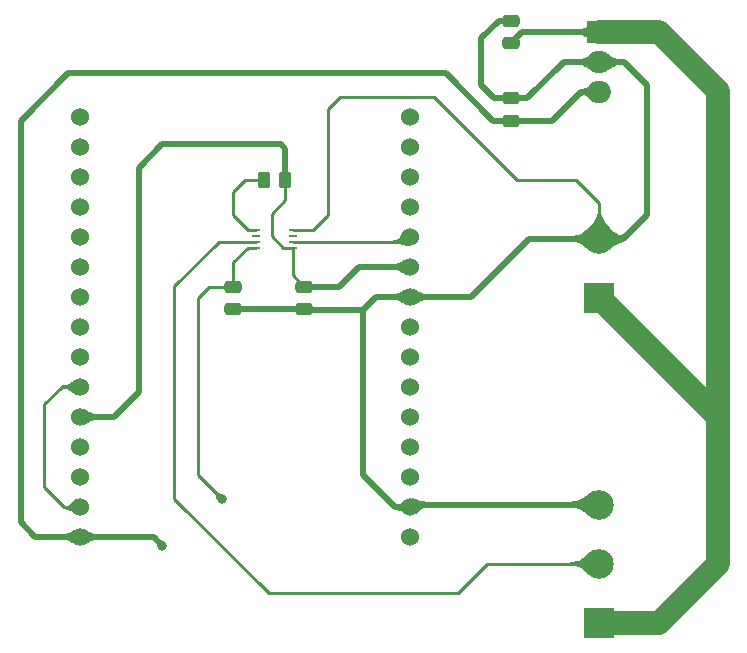
<source format=gbr>
%TF.GenerationSoftware,KiCad,Pcbnew,6.0.7-f9a2dced07~116~ubuntu22.04.1*%
%TF.CreationDate,2022-09-17T16:40:37+08:00*%
%TF.ProjectId,WLED-12V,574c4544-2d31-4325-962e-6b696361645f,rev?*%
%TF.SameCoordinates,Original*%
%TF.FileFunction,Copper,L1,Top*%
%TF.FilePolarity,Positive*%
%FSLAX46Y46*%
G04 Gerber Fmt 4.6, Leading zero omitted, Abs format (unit mm)*
G04 Created by KiCad (PCBNEW 6.0.7-f9a2dced07~116~ubuntu22.04.1) date 2022-09-17 16:40:37*
%MOMM*%
%LPD*%
G01*
G04 APERTURE LIST*
G04 Aperture macros list*
%AMRoundRect*
0 Rectangle with rounded corners*
0 $1 Rounding radius*
0 $2 $3 $4 $5 $6 $7 $8 $9 X,Y pos of 4 corners*
0 Add a 4 corners polygon primitive as box body*
4,1,4,$2,$3,$4,$5,$6,$7,$8,$9,$2,$3,0*
0 Add four circle primitives for the rounded corners*
1,1,$1+$1,$2,$3*
1,1,$1+$1,$4,$5*
1,1,$1+$1,$6,$7*
1,1,$1+$1,$8,$9*
0 Add four rect primitives between the rounded corners*
20,1,$1+$1,$2,$3,$4,$5,0*
20,1,$1+$1,$4,$5,$6,$7,0*
20,1,$1+$1,$6,$7,$8,$9,0*
20,1,$1+$1,$8,$9,$2,$3,0*%
G04 Aperture macros list end*
%TA.AperFunction,SMDPad,CuDef*%
%ADD10RoundRect,0.250000X0.475000X-0.250000X0.475000X0.250000X-0.475000X0.250000X-0.475000X-0.250000X0*%
%TD*%
%TA.AperFunction,ComponentPad*%
%ADD11C,1.524000*%
%TD*%
%TA.AperFunction,SMDPad,CuDef*%
%ADD12RoundRect,0.250000X0.262500X0.450000X-0.262500X0.450000X-0.262500X-0.450000X0.262500X-0.450000X0*%
%TD*%
%TA.AperFunction,ComponentPad*%
%ADD13R,2.500000X2.500000*%
%TD*%
%TA.AperFunction,ComponentPad*%
%ADD14C,2.500000*%
%TD*%
%TA.AperFunction,ComponentPad*%
%ADD15R,2.000000X1.905000*%
%TD*%
%TA.AperFunction,ComponentPad*%
%ADD16O,2.000000X1.905000*%
%TD*%
%TA.AperFunction,SMDPad,CuDef*%
%ADD17R,0.750000X0.250000*%
%TD*%
%TA.AperFunction,ViaPad*%
%ADD18C,0.800000*%
%TD*%
%TA.AperFunction,Conductor*%
%ADD19C,0.250000*%
%TD*%
%TA.AperFunction,Conductor*%
%ADD20C,2.000000*%
%TD*%
%TA.AperFunction,Conductor*%
%ADD21C,0.500000*%
%TD*%
G04 APERTURE END LIST*
D10*
%TO.P,C1,1*%
%TO.N,+12V*%
X122500000Y-48450000D03*
%TO.P,C1,2*%
%TO.N,GND*%
X122500000Y-46550000D03*
%TD*%
D11*
%TO.P,U1,1,A0(ADC0)*%
%TO.N,unconnected-(U1-Pad1)*%
X86030000Y-54680000D03*
%TO.P,U1,2,RSV*%
%TO.N,unconnected-(U1-Pad2)*%
X86030000Y-57220000D03*
%TO.P,U1,3,RSV*%
%TO.N,unconnected-(U1-Pad3)*%
X86030000Y-59760000D03*
%TO.P,U1,4,SD3(GPIO10)*%
%TO.N,unconnected-(U1-Pad4)*%
X86030000Y-62300000D03*
%TO.P,U1,5,SD2(GPIO9)*%
%TO.N,unconnected-(U1-Pad5)*%
X86030000Y-64840000D03*
%TO.P,U1,6,SD1(MOSI)*%
%TO.N,unconnected-(U1-Pad6)*%
X86030000Y-67380000D03*
%TO.P,U1,7,CMD(CS)*%
%TO.N,unconnected-(U1-Pad7)*%
X86030000Y-69920000D03*
%TO.P,U1,8,SDO(MISO)*%
%TO.N,unconnected-(U1-Pad8)*%
X86030000Y-72460000D03*
%TO.P,U1,9,CLK(SCLK)*%
%TO.N,unconnected-(U1-Pad9)*%
X86030000Y-75000000D03*
%TO.P,U1,10,GND*%
%TO.N,GND*%
X86030000Y-77540000D03*
%TO.P,U1,11,3.3V*%
%TO.N,+3.3V*%
X86030000Y-80080000D03*
%TO.P,U1,12,EN*%
%TO.N,unconnected-(U1-Pad12)*%
X86030000Y-82620000D03*
%TO.P,U1,13,RST*%
%TO.N,unconnected-(U1-Pad13)*%
X86030000Y-85160000D03*
%TO.P,U1,14,GND*%
%TO.N,GND*%
X86030000Y-87700000D03*
%TO.P,U1,15,VIN*%
%TO.N,+5V*%
X86030000Y-90240000D03*
%TO.P,U1,16,3.3V*%
%TO.N,unconnected-(U1-Pad16)*%
X113970000Y-90240000D03*
%TO.P,U1,17,GND*%
%TO.N,GND*%
X113970000Y-87700000D03*
%TO.P,U1,18,TX(GPIO1)*%
%TO.N,unconnected-(U1-Pad18)*%
X113970000Y-85160000D03*
%TO.P,U1,19,RX(DPIO3)*%
%TO.N,unconnected-(U1-Pad19)*%
X113970000Y-82620000D03*
%TO.P,U1,20,D8(GPIO15)*%
%TO.N,unconnected-(U1-Pad20)*%
X113970000Y-80080000D03*
%TO.P,U1,21,D7(GPIO13)*%
%TO.N,unconnected-(U1-Pad21)*%
X113970000Y-77540000D03*
%TO.P,U1,22,D6(GPIO12)*%
%TO.N,unconnected-(U1-Pad22)*%
X113970000Y-75000000D03*
%TO.P,U1,23,D5(GPIO14)*%
%TO.N,unconnected-(U1-Pad23)*%
X113970000Y-72460000D03*
%TO.P,U1,24,GND*%
%TO.N,GND*%
X113970000Y-69920000D03*
%TO.P,U1,25,3.3V*%
%TO.N,+3.3V*%
X113970000Y-67380000D03*
%TO.P,U1,26,D4(GPIO2)*%
%TO.N,Net-(U1-Pad26)*%
X113970000Y-64840000D03*
%TO.P,U1,27,D3(GPIO0)*%
%TO.N,unconnected-(U1-Pad27)*%
X113970000Y-62300000D03*
%TO.P,U1,28,D2(GPIO4)*%
%TO.N,unconnected-(U1-Pad28)*%
X113970000Y-59760000D03*
%TO.P,U1,29,D1(GPIO5)*%
%TO.N,unconnected-(U1-Pad29)*%
X113970000Y-57220000D03*
%TO.P,U1,30,D0(GPIO16)*%
%TO.N,unconnected-(U1-Pad30)*%
X113970000Y-54680000D03*
%TD*%
D12*
%TO.P,R1,1*%
%TO.N,+3.3V*%
X103412500Y-60000000D03*
%TO.P,R1,2*%
%TO.N,Net-(R1-Pad2)*%
X101587500Y-60000000D03*
%TD*%
D13*
%TO.P,J1,1,Pin_1*%
%TO.N,+12V*%
X130000000Y-70000000D03*
D14*
%TO.P,J1,2,Pin_2*%
%TO.N,GND*%
X130000000Y-65000000D03*
%TD*%
D13*
%TO.P,J2,1,Pin_1*%
%TO.N,+12V*%
X130000000Y-97500000D03*
D14*
%TO.P,J2,2,Pin_2*%
%TO.N,Net-(J2-Pad2)*%
X130000000Y-92500000D03*
%TO.P,J2,3,Pin_3*%
%TO.N,GND*%
X130000000Y-87500000D03*
%TD*%
D15*
%TO.P,U2,1,VI*%
%TO.N,+12V*%
X130000000Y-47500000D03*
D16*
%TO.P,U2,2,GND*%
%TO.N,GND*%
X130000000Y-50040000D03*
%TO.P,U2,3,VO*%
%TO.N,+5V*%
X130000000Y-52580000D03*
%TD*%
D17*
%TO.P,U3,1,VCCA*%
%TO.N,+3.3V*%
X104050000Y-65750000D03*
%TO.P,U3,2,A1*%
%TO.N,Net-(U1-Pad26)*%
X104050000Y-65250000D03*
%TO.P,U3,3,A2*%
%TO.N,unconnected-(U3-Pad3)*%
X104050000Y-64750000D03*
%TO.P,U3,4,GND*%
%TO.N,GND*%
X104050000Y-64250000D03*
%TO.P,U3,5,DIR*%
%TO.N,Net-(R1-Pad2)*%
X100950000Y-64250000D03*
%TO.P,U3,6,B2*%
%TO.N,unconnected-(U3-Pad6)*%
X100950000Y-64750000D03*
%TO.P,U3,7,B1*%
%TO.N,Net-(J2-Pad2)*%
X100950000Y-65250000D03*
%TO.P,U3,8,VCCB*%
%TO.N,+5V*%
X100950000Y-65750000D03*
%TD*%
D10*
%TO.P,C2,1*%
%TO.N,+5V*%
X122500000Y-55000000D03*
%TO.P,C2,2*%
%TO.N,GND*%
X122500000Y-53100000D03*
%TD*%
%TO.P,C4,1*%
%TO.N,GND*%
X99000000Y-70950000D03*
%TO.P,C4,2*%
%TO.N,+5V*%
X99000000Y-69050000D03*
%TD*%
%TO.P,C3,1*%
%TO.N,GND*%
X105000000Y-70950000D03*
%TO.P,C3,2*%
%TO.N,+3.3V*%
X105000000Y-69050000D03*
%TD*%
D18*
%TO.N,+5V*%
X98000000Y-87000000D03*
X93000000Y-91000000D03*
%TD*%
D19*
%TO.N,+3.3V*%
X104050000Y-65750000D02*
X103215000Y-65750000D01*
X103412500Y-61687500D02*
X103412500Y-60000000D01*
X103215000Y-65750000D02*
X102235000Y-64770000D01*
X102235000Y-64770000D02*
X102235000Y-62865000D01*
X102235000Y-62865000D02*
X103412500Y-61687500D01*
D20*
%TO.N,+12V*%
X135000000Y-97500000D02*
X140000000Y-92500000D01*
D21*
X123450000Y-47500000D02*
X130000000Y-47500000D01*
D20*
X140000000Y-52500000D02*
X135000000Y-47500000D01*
D21*
X122500000Y-48450000D02*
X123450000Y-47500000D01*
D20*
X135000000Y-47500000D02*
X130000000Y-47500000D01*
X130000000Y-70000000D02*
X140000000Y-80000000D01*
X140000000Y-92500000D02*
X140000000Y-80000000D01*
X130000000Y-97500000D02*
X135000000Y-97500000D01*
X140000000Y-80000000D02*
X140000000Y-52500000D01*
D19*
%TO.N,GND*%
X84460000Y-77540000D02*
X83000000Y-79000000D01*
X86030000Y-77540000D02*
X84460000Y-77540000D01*
X105750000Y-64250000D02*
X107000000Y-63000000D01*
D21*
X113970000Y-87700000D02*
X112700000Y-87700000D01*
D19*
X84700000Y-87700000D02*
X86030000Y-87700000D01*
D21*
X120000000Y-48000000D02*
X120000000Y-52000000D01*
X126960000Y-50040000D02*
X130000000Y-50040000D01*
X130000000Y-65000000D02*
X124000000Y-65000000D01*
X132040000Y-50040000D02*
X134000000Y-52000000D01*
X134000000Y-63000000D02*
X132000000Y-65000000D01*
X122500000Y-46550000D02*
X121450000Y-46550000D01*
X110000000Y-85000000D02*
X110000000Y-71000000D01*
X105050000Y-71000000D02*
X105000000Y-70950000D01*
X123900000Y-53100000D02*
X126960000Y-50040000D01*
X111080000Y-69920000D02*
X110000000Y-71000000D01*
D19*
X104050000Y-64250000D02*
X105750000Y-64250000D01*
X116000000Y-53000000D02*
X123000000Y-60000000D01*
X107000000Y-63000000D02*
X107000000Y-54000000D01*
D21*
X99000000Y-70950000D02*
X105000000Y-70950000D01*
X121450000Y-46550000D02*
X120000000Y-48000000D01*
X132000000Y-65000000D02*
X130000000Y-65000000D01*
X120000000Y-52000000D02*
X121100000Y-53100000D01*
D19*
X128000000Y-60000000D02*
X130000000Y-62000000D01*
X123000000Y-60000000D02*
X128000000Y-60000000D01*
D21*
X122500000Y-53100000D02*
X123900000Y-53100000D01*
X130000000Y-87500000D02*
X114170000Y-87500000D01*
D19*
X83000000Y-79000000D02*
X83000000Y-86000000D01*
X130000000Y-62000000D02*
X130000000Y-65000000D01*
D21*
X113970000Y-69920000D02*
X111080000Y-69920000D01*
X119080000Y-69920000D02*
X113970000Y-69920000D01*
D19*
X108000000Y-53000000D02*
X116000000Y-53000000D01*
X107000000Y-54000000D02*
X108000000Y-53000000D01*
X83000000Y-86000000D02*
X84700000Y-87700000D01*
D21*
X121100000Y-53100000D02*
X122500000Y-53100000D01*
X110000000Y-71000000D02*
X105050000Y-71000000D01*
X112700000Y-87700000D02*
X110000000Y-85000000D01*
X114170000Y-87500000D02*
X113970000Y-87700000D01*
X124000000Y-65000000D02*
X119080000Y-69920000D01*
X134000000Y-52000000D02*
X134000000Y-63000000D01*
X130000000Y-50040000D02*
X132040000Y-50040000D01*
%TO.N,+5V*%
X86030000Y-90240000D02*
X92240000Y-90240000D01*
D19*
X100250000Y-65750000D02*
X99000000Y-67000000D01*
D21*
X126000000Y-55000000D02*
X122500000Y-55000000D01*
X92240000Y-90240000D02*
X93000000Y-91000000D01*
X81000000Y-55000000D02*
X81000000Y-89000000D01*
D19*
X96950000Y-69050000D02*
X99000000Y-69050000D01*
X99000000Y-67000000D02*
X99000000Y-69050000D01*
X96000000Y-70000000D02*
X96950000Y-69050000D01*
X96000000Y-85000000D02*
X96000000Y-70000000D01*
D21*
X82240000Y-90240000D02*
X86030000Y-90240000D01*
D19*
X100950000Y-65750000D02*
X100250000Y-65750000D01*
D21*
X128420000Y-52580000D02*
X126000000Y-55000000D01*
X121000000Y-55000000D02*
X117000000Y-51000000D01*
X117000000Y-51000000D02*
X85000000Y-51000000D01*
X130000000Y-52580000D02*
X128420000Y-52580000D01*
D19*
X98000000Y-87000000D02*
X96000000Y-85000000D01*
D21*
X85000000Y-51000000D02*
X81000000Y-55000000D01*
X81000000Y-89000000D02*
X82240000Y-90240000D01*
X122500000Y-55000000D02*
X121000000Y-55000000D01*
%TO.N,+3.3V*%
X103000000Y-57000000D02*
X103412500Y-57412500D01*
X88920000Y-80080000D02*
X91000000Y-78000000D01*
X113970000Y-67380000D02*
X109620000Y-67380000D01*
D19*
X104050000Y-65750000D02*
X104050000Y-68100000D01*
D21*
X91000000Y-59000000D02*
X93000000Y-57000000D01*
X107950000Y-69050000D02*
X105000000Y-69050000D01*
X103412500Y-57412500D02*
X103412500Y-60000000D01*
D19*
X104050000Y-68100000D02*
X105000000Y-69050000D01*
D21*
X93000000Y-57000000D02*
X103000000Y-57000000D01*
X109620000Y-67380000D02*
X107950000Y-69050000D01*
X86030000Y-80080000D02*
X88920000Y-80080000D01*
X91000000Y-78000000D02*
X91000000Y-59000000D01*
D19*
%TO.N,Net-(J2-Pad2)*%
X97750000Y-65250000D02*
X94000000Y-69000000D01*
X102000000Y-95000000D02*
X118000000Y-95000000D01*
X120500000Y-92500000D02*
X130000000Y-92500000D01*
X94000000Y-69000000D02*
X94000000Y-87000000D01*
X118000000Y-95000000D02*
X120500000Y-92500000D01*
X100950000Y-65250000D02*
X97750000Y-65250000D01*
X94000000Y-87000000D02*
X102000000Y-95000000D01*
%TO.N,Net-(R1-Pad2)*%
X99000000Y-61000000D02*
X100000000Y-60000000D01*
X100000000Y-60000000D02*
X101587500Y-60000000D01*
X99000000Y-63000000D02*
X99000000Y-61000000D01*
X100250000Y-64250000D02*
X99000000Y-63000000D01*
X100950000Y-64250000D02*
X100250000Y-64250000D01*
%TO.N,Net-(U1-Pad26)*%
X113560000Y-65250000D02*
X113970000Y-64840000D01*
X104050000Y-65250000D02*
X113560000Y-65250000D01*
%TD*%
%TA.AperFunction,Conductor*%
%TO.N,GND*%
G36*
X114309590Y-69238046D02*
G01*
X114436049Y-69303395D01*
X114436514Y-69303648D01*
X114551325Y-69369719D01*
X114551581Y-69369871D01*
X114653451Y-69431997D01*
X114748178Y-69489150D01*
X114748297Y-69489215D01*
X114841290Y-69540141D01*
X114841300Y-69540146D01*
X114841490Y-69540250D01*
X114841702Y-69540346D01*
X114841703Y-69540346D01*
X114938968Y-69584171D01*
X114938978Y-69584175D01*
X114939249Y-69584297D01*
X114939542Y-69584395D01*
X114939543Y-69584395D01*
X115047004Y-69620190D01*
X115047008Y-69620191D01*
X115047317Y-69620294D01*
X115123808Y-69636886D01*
X115171265Y-69647180D01*
X115171267Y-69647180D01*
X115171556Y-69647243D01*
X115171840Y-69647276D01*
X115171847Y-69647277D01*
X115316624Y-69664005D01*
X115317829Y-69664144D01*
X115318062Y-69664152D01*
X115318064Y-69664152D01*
X115480693Y-69669620D01*
X115488846Y-69673323D01*
X115492000Y-69681313D01*
X115492000Y-70158687D01*
X115488573Y-70166960D01*
X115480693Y-70170380D01*
X115318064Y-70175847D01*
X115318062Y-70175847D01*
X115317829Y-70175855D01*
X115317604Y-70175881D01*
X115171847Y-70192722D01*
X115171840Y-70192723D01*
X115171556Y-70192756D01*
X115171267Y-70192819D01*
X115171265Y-70192819D01*
X115123808Y-70203113D01*
X115047317Y-70219705D01*
X115047008Y-70219808D01*
X115047004Y-70219809D01*
X114939543Y-70255604D01*
X114939249Y-70255702D01*
X114938978Y-70255824D01*
X114938968Y-70255828D01*
X114842098Y-70299475D01*
X114841490Y-70299749D01*
X114841300Y-70299853D01*
X114841290Y-70299858D01*
X114770778Y-70338473D01*
X114748178Y-70350849D01*
X114748067Y-70350916D01*
X114748060Y-70350920D01*
X114653451Y-70408002D01*
X114551581Y-70470128D01*
X114551325Y-70470280D01*
X114436514Y-70536351D01*
X114436049Y-70536604D01*
X114309590Y-70601954D01*
X114300667Y-70602708D01*
X114296109Y-70599993D01*
X114230193Y-70536604D01*
X114161152Y-70470211D01*
X113970000Y-70286389D01*
X113589000Y-69920000D01*
X113970000Y-69553611D01*
X114296110Y-69240007D01*
X114304448Y-69236742D01*
X114309590Y-69238046D01*
G37*
%TD.AperFunction*%
%TD*%
%TA.AperFunction,Conductor*%
%TO.N,Net-(U1-Pad26)*%
G36*
X114279336Y-64634077D02*
G01*
X114286748Y-64639102D01*
X114288435Y-64647896D01*
X114288074Y-64649241D01*
X114252719Y-64755145D01*
X113977864Y-65578446D01*
X113972774Y-65593692D01*
X113966904Y-65600454D01*
X113961248Y-65601679D01*
X113897571Y-65599342D01*
X113797267Y-65595661D01*
X113796330Y-65595589D01*
X113650521Y-65578446D01*
X113649599Y-65578300D01*
X113522907Y-65553042D01*
X113522176Y-65552872D01*
X113407135Y-65522143D01*
X113406761Y-65522036D01*
X113403357Y-65521005D01*
X113296076Y-65488500D01*
X113182628Y-65454904D01*
X113182505Y-65454873D01*
X113182497Y-65454871D01*
X113059560Y-65424082D01*
X113059550Y-65424080D01*
X113059355Y-65424031D01*
X113003581Y-65413929D01*
X112919216Y-65398647D01*
X112919204Y-65398645D01*
X112918998Y-65398608D01*
X112918773Y-65398584D01*
X112918770Y-65398584D01*
X112754509Y-65381378D01*
X112754299Y-65381356D01*
X112754105Y-65381350D01*
X112754095Y-65381349D01*
X112666238Y-65378505D01*
X112569320Y-65375367D01*
X112561163Y-65371674D01*
X112558000Y-65363673D01*
X112558000Y-65135982D01*
X112561427Y-65127709D01*
X112568959Y-65124305D01*
X112697506Y-65116150D01*
X112697511Y-65116149D01*
X112697972Y-65116120D01*
X112812144Y-65090370D01*
X112812672Y-65090135D01*
X112812675Y-65090134D01*
X112904331Y-65049339D01*
X112904333Y-65049338D01*
X112904901Y-65049085D01*
X112980633Y-64993598D01*
X113043726Y-64925244D01*
X113098569Y-64845356D01*
X113149550Y-64755269D01*
X113149615Y-64755145D01*
X113201016Y-64656393D01*
X113201056Y-64656317D01*
X113257364Y-64550043D01*
X113257595Y-64549626D01*
X113318960Y-64444414D01*
X113326089Y-64438994D01*
X113331427Y-64438850D01*
X114279336Y-64634077D01*
G37*
%TD.AperFunction*%
%TD*%
%TA.AperFunction,Conductor*%
%TO.N,Net-(J2-Pad2)*%
G36*
X129461351Y-91380974D02*
G01*
X130495016Y-92375000D01*
X130616231Y-92491567D01*
X130619819Y-92499771D01*
X130616231Y-92508433D01*
X130011518Y-93089956D01*
X129461350Y-93619026D01*
X129453011Y-93622291D01*
X129447591Y-93620839D01*
X129444303Y-93619026D01*
X129218127Y-93494323D01*
X129217124Y-93493701D01*
X129022263Y-93358558D01*
X129021517Y-93357995D01*
X128856050Y-93222298D01*
X128855687Y-93221988D01*
X128707459Y-93089956D01*
X128564742Y-92966243D01*
X128564738Y-92966240D01*
X128564586Y-92966108D01*
X128415151Y-92854971D01*
X128414819Y-92854785D01*
X128414814Y-92854782D01*
X128343739Y-92815012D01*
X128247065Y-92760918D01*
X128048238Y-92688323D01*
X127806579Y-92641559D01*
X127521048Y-92625617D01*
X127512979Y-92621734D01*
X127510000Y-92613935D01*
X127510000Y-92386065D01*
X127513427Y-92377792D01*
X127521048Y-92374383D01*
X127806579Y-92358440D01*
X128048238Y-92311676D01*
X128247065Y-92239081D01*
X128343739Y-92184987D01*
X128414814Y-92145217D01*
X128414819Y-92145214D01*
X128415151Y-92145028D01*
X128564586Y-92033891D01*
X128707459Y-91910043D01*
X128855687Y-91778011D01*
X128856050Y-91777701D01*
X129021517Y-91642004D01*
X129022268Y-91641437D01*
X129217124Y-91506298D01*
X129218127Y-91505676D01*
X129447591Y-91379161D01*
X129456490Y-91378168D01*
X129461351Y-91380974D01*
G37*
%TD.AperFunction*%
%TD*%
%TA.AperFunction,Conductor*%
%TO.N,+3.3V*%
G36*
X86369590Y-79398046D02*
G01*
X86496049Y-79463395D01*
X86496514Y-79463648D01*
X86611325Y-79529719D01*
X86611581Y-79529871D01*
X86713451Y-79591997D01*
X86808178Y-79649150D01*
X86808297Y-79649215D01*
X86901290Y-79700141D01*
X86901300Y-79700146D01*
X86901490Y-79700250D01*
X86901702Y-79700346D01*
X86901703Y-79700346D01*
X86998968Y-79744171D01*
X86998978Y-79744175D01*
X86999249Y-79744297D01*
X86999542Y-79744395D01*
X86999543Y-79744395D01*
X87107004Y-79780190D01*
X87107008Y-79780191D01*
X87107317Y-79780294D01*
X87183808Y-79796886D01*
X87231265Y-79807180D01*
X87231267Y-79807180D01*
X87231556Y-79807243D01*
X87231840Y-79807276D01*
X87231847Y-79807277D01*
X87376624Y-79824005D01*
X87377829Y-79824144D01*
X87378062Y-79824152D01*
X87378064Y-79824152D01*
X87540693Y-79829620D01*
X87548846Y-79833323D01*
X87552000Y-79841313D01*
X87552000Y-80318687D01*
X87548573Y-80326960D01*
X87540693Y-80330380D01*
X87378064Y-80335847D01*
X87378062Y-80335847D01*
X87377829Y-80335855D01*
X87377604Y-80335881D01*
X87231847Y-80352722D01*
X87231840Y-80352723D01*
X87231556Y-80352756D01*
X87231267Y-80352819D01*
X87231265Y-80352819D01*
X87183808Y-80363113D01*
X87107317Y-80379705D01*
X87107008Y-80379808D01*
X87107004Y-80379809D01*
X86999543Y-80415604D01*
X86999249Y-80415702D01*
X86998978Y-80415824D01*
X86998968Y-80415828D01*
X86901703Y-80459653D01*
X86901490Y-80459749D01*
X86901300Y-80459853D01*
X86901290Y-80459858D01*
X86830778Y-80498473D01*
X86808178Y-80510849D01*
X86808067Y-80510916D01*
X86808060Y-80510920D01*
X86713451Y-80568002D01*
X86611581Y-80630128D01*
X86611325Y-80630280D01*
X86496514Y-80696351D01*
X86496049Y-80696604D01*
X86369590Y-80761954D01*
X86360667Y-80762708D01*
X86356109Y-80759993D01*
X86290193Y-80696604D01*
X85657769Y-80088433D01*
X85654181Y-80080229D01*
X85657769Y-80071567D01*
X85908969Y-79830000D01*
X86356110Y-79400007D01*
X86364448Y-79396742D01*
X86369590Y-79398046D01*
G37*
%TD.AperFunction*%
%TD*%
%TA.AperFunction,Conductor*%
%TO.N,+3.3V*%
G36*
X113643890Y-66700006D02*
G01*
X114091031Y-67130000D01*
X114342231Y-67371567D01*
X114345819Y-67379771D01*
X114342231Y-67388433D01*
X113709808Y-67996604D01*
X113643891Y-68059993D01*
X113635552Y-68063258D01*
X113630410Y-68061954D01*
X113503950Y-67996604D01*
X113503485Y-67996351D01*
X113388674Y-67930280D01*
X113388418Y-67930128D01*
X113286548Y-67868002D01*
X113191939Y-67810920D01*
X113191932Y-67810916D01*
X113191821Y-67810849D01*
X113169221Y-67798473D01*
X113098709Y-67759858D01*
X113098699Y-67759853D01*
X113098509Y-67759749D01*
X113098296Y-67759653D01*
X113001031Y-67715828D01*
X113001021Y-67715824D01*
X113000750Y-67715702D01*
X113000456Y-67715604D01*
X112892995Y-67679809D01*
X112892991Y-67679808D01*
X112892682Y-67679705D01*
X112816191Y-67663113D01*
X112768734Y-67652819D01*
X112768732Y-67652819D01*
X112768443Y-67652756D01*
X112768159Y-67652723D01*
X112768152Y-67652722D01*
X112622395Y-67635881D01*
X112622170Y-67635855D01*
X112621937Y-67635847D01*
X112621935Y-67635847D01*
X112459307Y-67630380D01*
X112451154Y-67626678D01*
X112448000Y-67618687D01*
X112448000Y-67141313D01*
X112451427Y-67133040D01*
X112459307Y-67129620D01*
X112621935Y-67124152D01*
X112621937Y-67124152D01*
X112622170Y-67124144D01*
X112623375Y-67124005D01*
X112768152Y-67107277D01*
X112768159Y-67107276D01*
X112768443Y-67107243D01*
X112768732Y-67107180D01*
X112768734Y-67107180D01*
X112816191Y-67096886D01*
X112892682Y-67080294D01*
X112892991Y-67080191D01*
X112892995Y-67080190D01*
X113000456Y-67044395D01*
X113000457Y-67044395D01*
X113000750Y-67044297D01*
X113001021Y-67044175D01*
X113001031Y-67044171D01*
X113098296Y-67000346D01*
X113098297Y-67000346D01*
X113098509Y-67000250D01*
X113098699Y-67000146D01*
X113098709Y-67000141D01*
X113191702Y-66949215D01*
X113191821Y-66949150D01*
X113286548Y-66891997D01*
X113388418Y-66829871D01*
X113388674Y-66829719D01*
X113503485Y-66763648D01*
X113503950Y-66763395D01*
X113630410Y-66698046D01*
X113639333Y-66697292D01*
X113643890Y-66700006D01*
G37*
%TD.AperFunction*%
%TD*%
%TA.AperFunction,Conductor*%
%TO.N,+5V*%
G36*
X97538037Y-86360685D02*
G01*
X97568812Y-86389314D01*
X97596050Y-86414653D01*
X97596236Y-86414798D01*
X97596243Y-86414804D01*
X97656019Y-86461395D01*
X97656024Y-86461398D01*
X97656262Y-86461584D01*
X97656523Y-86461747D01*
X97656525Y-86461748D01*
X97711890Y-86496239D01*
X97711897Y-86496243D01*
X97712175Y-86496416D01*
X97765550Y-86521777D01*
X97765836Y-86521878D01*
X97765844Y-86521881D01*
X97817931Y-86540215D01*
X97818153Y-86540293D01*
X97871745Y-86554592D01*
X97928085Y-86567299D01*
X97928089Y-86567302D01*
X97928089Y-86567300D01*
X97988797Y-86581012D01*
X97989156Y-86581100D01*
X98055781Y-86598375D01*
X98056362Y-86598541D01*
X98123254Y-86619627D01*
X98130114Y-86625383D01*
X98131434Y-86630557D01*
X98141183Y-87129256D01*
X98137918Y-87137595D01*
X98129256Y-87141183D01*
X97630557Y-87131434D01*
X97622353Y-87127846D01*
X97619627Y-87123254D01*
X97598541Y-87056362D01*
X97598375Y-87055781D01*
X97581100Y-86989156D01*
X97581012Y-86988797D01*
X97567300Y-86928089D01*
X97567301Y-86928089D01*
X97567299Y-86928085D01*
X97554623Y-86871883D01*
X97554592Y-86871745D01*
X97540293Y-86818153D01*
X97540215Y-86817931D01*
X97521881Y-86765844D01*
X97521878Y-86765836D01*
X97521777Y-86765550D01*
X97496416Y-86712175D01*
X97496243Y-86711897D01*
X97496239Y-86711890D01*
X97461748Y-86656525D01*
X97461747Y-86656523D01*
X97461584Y-86656262D01*
X97437516Y-86625383D01*
X97414804Y-86596243D01*
X97414798Y-86596236D01*
X97414653Y-86596050D01*
X97376085Y-86554592D01*
X97360685Y-86538037D01*
X97357559Y-86529646D01*
X97360978Y-86521795D01*
X97521795Y-86360978D01*
X97530068Y-86357551D01*
X97538037Y-86360685D01*
G37*
%TD.AperFunction*%
%TD*%
%TA.AperFunction,Conductor*%
%TO.N,+5V*%
G36*
X129333768Y-51910750D02*
G01*
X130462912Y-52572187D01*
X130468318Y-52579325D01*
X130467093Y-52588196D01*
X130465108Y-52590715D01*
X129591185Y-53431124D01*
X129582846Y-53434389D01*
X129577183Y-53432799D01*
X129440545Y-53353108D01*
X129439393Y-53352340D01*
X129307663Y-53252816D01*
X129307053Y-53252322D01*
X129184393Y-53146003D01*
X129184257Y-53145884D01*
X129068156Y-53042075D01*
X129068140Y-53042062D01*
X129068068Y-53041997D01*
X128955943Y-52950022D01*
X128955652Y-52949836D01*
X128955648Y-52949833D01*
X128845750Y-52879562D01*
X128845747Y-52879561D01*
X128845202Y-52879212D01*
X128780533Y-52855882D01*
X128734058Y-52839116D01*
X128734056Y-52839116D01*
X128733123Y-52838779D01*
X128650068Y-52838178D01*
X128618103Y-52837946D01*
X128616988Y-52837938D01*
X128494075Y-52885903D01*
X128493381Y-52886458D01*
X128493380Y-52886459D01*
X128369841Y-52985343D01*
X128361241Y-52987838D01*
X128354257Y-52984482D01*
X128016863Y-52647088D01*
X128013436Y-52638815D01*
X128017341Y-52630090D01*
X128161581Y-52501230D01*
X128162734Y-52500323D01*
X128305075Y-52402176D01*
X128306368Y-52401403D01*
X128440313Y-52332543D01*
X128441488Y-52332019D01*
X128525323Y-52300071D01*
X128569378Y-52283283D01*
X128570146Y-52283020D01*
X128694402Y-52245302D01*
X128694529Y-52245265D01*
X128816719Y-52209681D01*
X128816734Y-52209676D01*
X128816872Y-52209636D01*
X128817014Y-52209587D01*
X128817022Y-52209584D01*
X128938937Y-52167136D01*
X128938939Y-52167135D01*
X128939244Y-52167029D01*
X128939525Y-52166896D01*
X128939531Y-52166894D01*
X129063229Y-52108544D01*
X129063231Y-52108543D01*
X129063589Y-52108374D01*
X129063921Y-52108157D01*
X129063925Y-52108155D01*
X129114442Y-52075177D01*
X129191978Y-52024561D01*
X129320135Y-51912052D01*
X129328613Y-51909170D01*
X129333768Y-51910750D01*
G37*
%TD.AperFunction*%
%TD*%
%TA.AperFunction,Conductor*%
%TO.N,+5V*%
G36*
X85703890Y-89560007D02*
G01*
X86028321Y-89871997D01*
X86028323Y-89871998D01*
X86411000Y-90240000D01*
X86030000Y-90606389D01*
X85769808Y-90856604D01*
X85703891Y-90919993D01*
X85695552Y-90923258D01*
X85690410Y-90921954D01*
X85563950Y-90856604D01*
X85563485Y-90856351D01*
X85448674Y-90790280D01*
X85448418Y-90790128D01*
X85346548Y-90728002D01*
X85251939Y-90670920D01*
X85251932Y-90670916D01*
X85251821Y-90670849D01*
X85229221Y-90658473D01*
X85158709Y-90619858D01*
X85158699Y-90619853D01*
X85158509Y-90619749D01*
X85157901Y-90619475D01*
X85061031Y-90575828D01*
X85061021Y-90575824D01*
X85060750Y-90575702D01*
X85060456Y-90575604D01*
X84952995Y-90539809D01*
X84952991Y-90539808D01*
X84952682Y-90539705D01*
X84876191Y-90523113D01*
X84828734Y-90512819D01*
X84828732Y-90512819D01*
X84828443Y-90512756D01*
X84828159Y-90512723D01*
X84828152Y-90512722D01*
X84682395Y-90495881D01*
X84682170Y-90495855D01*
X84681937Y-90495847D01*
X84681935Y-90495847D01*
X84519307Y-90490380D01*
X84511154Y-90486678D01*
X84508000Y-90478687D01*
X84508000Y-90001313D01*
X84511427Y-89993040D01*
X84519307Y-89989620D01*
X84681935Y-89984152D01*
X84681937Y-89984152D01*
X84682170Y-89984144D01*
X84683375Y-89984005D01*
X84828152Y-89967277D01*
X84828159Y-89967276D01*
X84828443Y-89967243D01*
X84828732Y-89967180D01*
X84828734Y-89967180D01*
X84876191Y-89956886D01*
X84952682Y-89940294D01*
X84952991Y-89940191D01*
X84952995Y-89940190D01*
X85060456Y-89904395D01*
X85060457Y-89904395D01*
X85060750Y-89904297D01*
X85061021Y-89904175D01*
X85061031Y-89904171D01*
X85158296Y-89860346D01*
X85158297Y-89860346D01*
X85158509Y-89860250D01*
X85158699Y-89860146D01*
X85158709Y-89860141D01*
X85251702Y-89809215D01*
X85251821Y-89809150D01*
X85346548Y-89751997D01*
X85448418Y-89689871D01*
X85448674Y-89689719D01*
X85563485Y-89623648D01*
X85563950Y-89623395D01*
X85661800Y-89572830D01*
X85690409Y-89558046D01*
X85699332Y-89557292D01*
X85703890Y-89560007D01*
G37*
%TD.AperFunction*%
%TD*%
%TA.AperFunction,Conductor*%
%TO.N,+5V*%
G36*
X92626435Y-90272811D02*
G01*
X92680411Y-90326319D01*
X92735637Y-90379476D01*
X92785564Y-90425125D01*
X92809265Y-90445164D01*
X92831812Y-90464227D01*
X92831824Y-90464236D01*
X92831912Y-90464311D01*
X92876403Y-90498077D01*
X92876552Y-90498176D01*
X92876558Y-90498180D01*
X92920598Y-90527361D01*
X92920605Y-90527365D01*
X92920760Y-90527468D01*
X92920931Y-90527565D01*
X92966533Y-90553431D01*
X92966542Y-90553436D01*
X92966703Y-90553527D01*
X92992085Y-90565777D01*
X93015811Y-90577229D01*
X93015824Y-90577235D01*
X93015955Y-90577298D01*
X93070236Y-90599825D01*
X93123750Y-90619403D01*
X93130341Y-90625463D01*
X93131426Y-90630159D01*
X93138009Y-90966874D01*
X93141183Y-91129256D01*
X93137918Y-91137595D01*
X93129256Y-91141183D01*
X92986361Y-91138390D01*
X92630160Y-91131427D01*
X92621957Y-91127839D01*
X92619402Y-91123749D01*
X92599861Y-91070334D01*
X92599859Y-91070328D01*
X92599825Y-91070236D01*
X92577298Y-91015955D01*
X92577235Y-91015824D01*
X92577229Y-91015811D01*
X92565777Y-90992085D01*
X92553527Y-90966703D01*
X92527468Y-90920760D01*
X92498077Y-90876403D01*
X92464311Y-90831912D01*
X92464236Y-90831824D01*
X92464227Y-90831812D01*
X92445164Y-90809265D01*
X92425125Y-90785564D01*
X92379476Y-90735637D01*
X92326319Y-90680411D01*
X92272811Y-90626435D01*
X92269420Y-90618148D01*
X92272847Y-90609926D01*
X92609926Y-90272847D01*
X92618199Y-90269420D01*
X92626435Y-90272811D01*
G37*
%TD.AperFunction*%
%TD*%
%TA.AperFunction,Conductor*%
%TO.N,+5V*%
G36*
X86369590Y-89558046D02*
G01*
X86496049Y-89623395D01*
X86496514Y-89623648D01*
X86611325Y-89689719D01*
X86611581Y-89689871D01*
X86713451Y-89751997D01*
X86808178Y-89809150D01*
X86808297Y-89809215D01*
X86901290Y-89860141D01*
X86901300Y-89860146D01*
X86901490Y-89860250D01*
X86901702Y-89860346D01*
X86901703Y-89860346D01*
X86998968Y-89904171D01*
X86998978Y-89904175D01*
X86999249Y-89904297D01*
X86999542Y-89904395D01*
X86999543Y-89904395D01*
X87107004Y-89940190D01*
X87107008Y-89940191D01*
X87107317Y-89940294D01*
X87183808Y-89956886D01*
X87231265Y-89967180D01*
X87231267Y-89967180D01*
X87231556Y-89967243D01*
X87231840Y-89967276D01*
X87231847Y-89967277D01*
X87376624Y-89984005D01*
X87377829Y-89984144D01*
X87378062Y-89984152D01*
X87378064Y-89984152D01*
X87540693Y-89989620D01*
X87548846Y-89993323D01*
X87552000Y-90001313D01*
X87552000Y-90478687D01*
X87548573Y-90486960D01*
X87540693Y-90490380D01*
X87378064Y-90495847D01*
X87378062Y-90495847D01*
X87377829Y-90495855D01*
X87377604Y-90495881D01*
X87231847Y-90512722D01*
X87231840Y-90512723D01*
X87231556Y-90512756D01*
X87231267Y-90512819D01*
X87231265Y-90512819D01*
X87183808Y-90523113D01*
X87107317Y-90539705D01*
X87107008Y-90539808D01*
X87107004Y-90539809D01*
X86999543Y-90575604D01*
X86999249Y-90575702D01*
X86998978Y-90575824D01*
X86998968Y-90575828D01*
X86902098Y-90619475D01*
X86901490Y-90619749D01*
X86901300Y-90619853D01*
X86901290Y-90619858D01*
X86830778Y-90658473D01*
X86808178Y-90670849D01*
X86808067Y-90670916D01*
X86808060Y-90670920D01*
X86713451Y-90728002D01*
X86611581Y-90790128D01*
X86611325Y-90790280D01*
X86496514Y-90856351D01*
X86496049Y-90856604D01*
X86369590Y-90921954D01*
X86360667Y-90922708D01*
X86356109Y-90919993D01*
X86290193Y-90856604D01*
X86221152Y-90790211D01*
X86030000Y-90606389D01*
X85649000Y-90240000D01*
X86030000Y-89873611D01*
X86356110Y-89560007D01*
X86364448Y-89556742D01*
X86369590Y-89558046D01*
G37*
%TD.AperFunction*%
%TD*%
%TA.AperFunction,Conductor*%
%TO.N,GND*%
G36*
X130422659Y-49186690D02*
G01*
X130586678Y-49273133D01*
X130587313Y-49273493D01*
X130732501Y-49361992D01*
X130732915Y-49362256D01*
X130860214Y-49447387D01*
X130860301Y-49447446D01*
X130977288Y-49527212D01*
X130977302Y-49527221D01*
X130977343Y-49527249D01*
X131043125Y-49568928D01*
X131091773Y-49599751D01*
X131091780Y-49599755D01*
X131091963Y-49599871D01*
X131092153Y-49599972D01*
X131092164Y-49599978D01*
X131211640Y-49663258D01*
X131211933Y-49663413D01*
X131345113Y-49716036D01*
X131499361Y-49755901D01*
X131582761Y-49767405D01*
X131682244Y-49781128D01*
X131682253Y-49781129D01*
X131682537Y-49781168D01*
X131682818Y-49781179D01*
X131682826Y-49781180D01*
X131867670Y-49788602D01*
X131891269Y-49789549D01*
X131899398Y-49793305D01*
X131902500Y-49801240D01*
X131902500Y-50278760D01*
X131899073Y-50287033D01*
X131891269Y-50290451D01*
X131848817Y-50292155D01*
X131682826Y-50298819D01*
X131682818Y-50298820D01*
X131682537Y-50298831D01*
X131682253Y-50298870D01*
X131682244Y-50298871D01*
X131582761Y-50312594D01*
X131499361Y-50324098D01*
X131345113Y-50363963D01*
X131211933Y-50416586D01*
X131211643Y-50416740D01*
X131211640Y-50416741D01*
X131092164Y-50480021D01*
X131092153Y-50480027D01*
X131091963Y-50480128D01*
X131091780Y-50480244D01*
X131091773Y-50480248D01*
X131049398Y-50507097D01*
X130977343Y-50552750D01*
X130977302Y-50552778D01*
X130977288Y-50552787D01*
X130860301Y-50632553D01*
X130860214Y-50632612D01*
X130732915Y-50717743D01*
X130732501Y-50718007D01*
X130587301Y-50806514D01*
X130586666Y-50806874D01*
X130422660Y-50893310D01*
X130413743Y-50894136D01*
X130409095Y-50891393D01*
X130001679Y-50499601D01*
X129523750Y-50040000D01*
X130000000Y-49582013D01*
X130409095Y-49188607D01*
X130417433Y-49185342D01*
X130422659Y-49186690D01*
G37*
%TD.AperFunction*%
%TD*%
%TA.AperFunction,Conductor*%
%TO.N,+12V*%
G36*
X129590905Y-46648606D02*
G01*
X130207109Y-47241180D01*
X130467481Y-47491567D01*
X130471069Y-47499771D01*
X130467481Y-47508433D01*
X129590905Y-48351393D01*
X129582566Y-48354658D01*
X129577342Y-48353312D01*
X129413306Y-48266859D01*
X129412698Y-48266514D01*
X129267498Y-48178007D01*
X129267084Y-48177743D01*
X129139785Y-48092612D01*
X129139698Y-48092553D01*
X129022711Y-48012787D01*
X129022697Y-48012778D01*
X129022656Y-48012750D01*
X128950601Y-47967097D01*
X128908226Y-47940248D01*
X128908219Y-47940244D01*
X128908036Y-47940128D01*
X128907846Y-47940027D01*
X128907835Y-47940021D01*
X128788359Y-47876741D01*
X128788356Y-47876740D01*
X128788066Y-47876586D01*
X128654886Y-47823963D01*
X128500638Y-47784098D01*
X128417238Y-47772594D01*
X128317755Y-47758871D01*
X128317746Y-47758870D01*
X128317462Y-47758831D01*
X128317181Y-47758820D01*
X128317173Y-47758819D01*
X128150503Y-47752128D01*
X128108731Y-47750451D01*
X128100602Y-47746695D01*
X128097500Y-47738760D01*
X128097500Y-47261240D01*
X128100927Y-47252967D01*
X128108731Y-47249549D01*
X128131480Y-47248636D01*
X128317173Y-47241180D01*
X128317181Y-47241179D01*
X128317462Y-47241168D01*
X128317746Y-47241129D01*
X128317755Y-47241128D01*
X128417238Y-47227405D01*
X128500638Y-47215901D01*
X128654886Y-47176036D01*
X128788066Y-47123413D01*
X128788359Y-47123258D01*
X128907835Y-47059978D01*
X128907846Y-47059972D01*
X128908036Y-47059871D01*
X128908219Y-47059755D01*
X128908226Y-47059751D01*
X128950601Y-47032902D01*
X129022656Y-46987249D01*
X129022697Y-46987221D01*
X129022711Y-46987212D01*
X129139698Y-46907446D01*
X129139785Y-46907387D01*
X129267084Y-46822256D01*
X129267498Y-46821992D01*
X129412686Y-46733493D01*
X129413321Y-46733132D01*
X129577341Y-46646689D01*
X129586258Y-46645864D01*
X129590905Y-46648606D01*
G37*
%TD.AperFunction*%
%TD*%
%TA.AperFunction,Conductor*%
%TO.N,GND*%
G36*
X113643890Y-69240007D02*
G01*
X113968321Y-69551997D01*
X113968323Y-69551998D01*
X114351000Y-69920000D01*
X113970000Y-70286389D01*
X113709808Y-70536604D01*
X113643891Y-70599993D01*
X113635552Y-70603258D01*
X113630410Y-70601954D01*
X113503950Y-70536604D01*
X113503485Y-70536351D01*
X113388674Y-70470280D01*
X113388418Y-70470128D01*
X113286548Y-70408002D01*
X113191939Y-70350920D01*
X113191932Y-70350916D01*
X113191821Y-70350849D01*
X113169221Y-70338473D01*
X113098709Y-70299858D01*
X113098699Y-70299853D01*
X113098509Y-70299749D01*
X113097901Y-70299475D01*
X113001031Y-70255828D01*
X113001021Y-70255824D01*
X113000750Y-70255702D01*
X113000456Y-70255604D01*
X112892995Y-70219809D01*
X112892991Y-70219808D01*
X112892682Y-70219705D01*
X112816191Y-70203113D01*
X112768734Y-70192819D01*
X112768732Y-70192819D01*
X112768443Y-70192756D01*
X112768159Y-70192723D01*
X112768152Y-70192722D01*
X112622395Y-70175881D01*
X112622170Y-70175855D01*
X112621937Y-70175847D01*
X112621935Y-70175847D01*
X112459307Y-70170380D01*
X112451154Y-70166678D01*
X112448000Y-70158687D01*
X112448000Y-69681313D01*
X112451427Y-69673040D01*
X112459307Y-69669620D01*
X112621935Y-69664152D01*
X112621937Y-69664152D01*
X112622170Y-69664144D01*
X112623375Y-69664005D01*
X112768152Y-69647277D01*
X112768159Y-69647276D01*
X112768443Y-69647243D01*
X112768732Y-69647180D01*
X112768734Y-69647180D01*
X112816191Y-69636886D01*
X112892682Y-69620294D01*
X112892991Y-69620191D01*
X112892995Y-69620190D01*
X113000456Y-69584395D01*
X113000457Y-69584395D01*
X113000750Y-69584297D01*
X113001021Y-69584175D01*
X113001031Y-69584171D01*
X113098296Y-69540346D01*
X113098297Y-69540346D01*
X113098509Y-69540250D01*
X113098699Y-69540146D01*
X113098709Y-69540141D01*
X113191702Y-69489215D01*
X113191821Y-69489150D01*
X113286548Y-69431997D01*
X113388418Y-69369871D01*
X113388674Y-69369719D01*
X113503485Y-69303648D01*
X113503950Y-69303395D01*
X113601800Y-69252830D01*
X113630409Y-69238046D01*
X113639332Y-69237292D01*
X113643890Y-69240007D01*
G37*
%TD.AperFunction*%
%TD*%
%TA.AperFunction,Conductor*%
%TO.N,GND*%
G36*
X130122208Y-62513427D02*
G01*
X130125617Y-62521048D01*
X130141559Y-62806579D01*
X130188323Y-63048238D01*
X130260918Y-63247065D01*
X130354971Y-63415151D01*
X130466108Y-63564586D01*
X130466240Y-63564738D01*
X130466243Y-63564742D01*
X130589956Y-63707459D01*
X130721988Y-63855687D01*
X130722298Y-63856050D01*
X130857995Y-64021517D01*
X130858558Y-64022263D01*
X130994038Y-64217610D01*
X131125000Y-64455138D01*
X130010361Y-65614226D01*
X130008433Y-65616231D01*
X130000229Y-65619819D01*
X129991567Y-65616231D01*
X129989639Y-65614226D01*
X128875000Y-64455138D01*
X129005961Y-64217610D01*
X129141441Y-64022263D01*
X129142004Y-64021517D01*
X129277701Y-63856050D01*
X129278011Y-63855687D01*
X129410043Y-63707459D01*
X129533756Y-63564742D01*
X129533759Y-63564738D01*
X129533891Y-63564586D01*
X129645028Y-63415151D01*
X129739081Y-63247065D01*
X129811676Y-63048238D01*
X129858440Y-62806579D01*
X129874383Y-62521048D01*
X129878266Y-62512978D01*
X129886065Y-62510000D01*
X130113935Y-62510000D01*
X130122208Y-62513427D01*
G37*
%TD.AperFunction*%
%TD*%
%TA.AperFunction,Conductor*%
%TO.N,GND*%
G36*
X129461277Y-86380904D02*
G01*
X129583394Y-86498338D01*
X130350919Y-87236429D01*
X130616231Y-87491567D01*
X130619819Y-87499771D01*
X130616231Y-87508433D01*
X130248557Y-87862007D01*
X129461277Y-88619096D01*
X129452938Y-88622361D01*
X129447633Y-88620971D01*
X129444140Y-88619096D01*
X129225798Y-88501880D01*
X129225011Y-88501417D01*
X129033016Y-88377994D01*
X129032459Y-88377613D01*
X128866269Y-88256687D01*
X128866063Y-88256533D01*
X128714831Y-88141324D01*
X128714826Y-88141321D01*
X128714781Y-88141286D01*
X128714730Y-88141249D01*
X128567736Y-88035103D01*
X128567726Y-88035096D01*
X128567551Y-88034970D01*
X128413522Y-87940857D01*
X128241723Y-87862125D01*
X128041184Y-87801952D01*
X128040799Y-87801890D01*
X128040793Y-87801889D01*
X127801264Y-87763570D01*
X127801265Y-87763570D01*
X127800933Y-87763517D01*
X127800602Y-87763502D01*
X127800596Y-87763501D01*
X127521157Y-87750518D01*
X127513052Y-87746711D01*
X127510000Y-87738831D01*
X127510000Y-87261169D01*
X127513427Y-87252896D01*
X127521157Y-87249482D01*
X127800596Y-87236498D01*
X127800602Y-87236497D01*
X127800933Y-87236482D01*
X127824037Y-87232786D01*
X128040793Y-87198110D01*
X128040799Y-87198109D01*
X128041184Y-87198047D01*
X128241723Y-87137874D01*
X128413522Y-87059142D01*
X128567551Y-86965029D01*
X128567726Y-86964903D01*
X128567736Y-86964896D01*
X128714730Y-86858750D01*
X128714738Y-86858744D01*
X128714781Y-86858713D01*
X128714831Y-86858675D01*
X128866063Y-86743466D01*
X128866269Y-86743312D01*
X129032459Y-86622386D01*
X129033016Y-86622005D01*
X129225011Y-86498582D01*
X129225798Y-86498119D01*
X129447633Y-86379029D01*
X129456543Y-86378135D01*
X129461277Y-86380904D01*
G37*
%TD.AperFunction*%
%TD*%
%TA.AperFunction,Conductor*%
%TO.N,GND*%
G36*
X114272206Y-86986375D02*
G01*
X114272809Y-86986525D01*
X114409713Y-87024618D01*
X114410217Y-87024771D01*
X114456868Y-87040119D01*
X114530591Y-87064373D01*
X114530875Y-87064470D01*
X114641513Y-87104037D01*
X114641569Y-87104057D01*
X114749114Y-87141982D01*
X114749192Y-87142006D01*
X114749203Y-87142010D01*
X114806326Y-87159831D01*
X114860078Y-87176601D01*
X114860254Y-87176644D01*
X114860264Y-87176647D01*
X114980960Y-87206264D01*
X114981156Y-87206312D01*
X114981346Y-87206344D01*
X114981351Y-87206345D01*
X115118829Y-87229481D01*
X115118838Y-87229482D01*
X115119039Y-87229516D01*
X115220524Y-87239009D01*
X115280218Y-87244593D01*
X115280223Y-87244593D01*
X115280423Y-87244612D01*
X115280630Y-87244618D01*
X115280633Y-87244618D01*
X115338769Y-87246253D01*
X115460629Y-87249680D01*
X115468802Y-87253338D01*
X115472000Y-87261375D01*
X115472000Y-87738755D01*
X115468573Y-87747028D01*
X115460764Y-87750446D01*
X115316535Y-87756172D01*
X115316528Y-87756173D01*
X115316242Y-87756184D01*
X115185364Y-87774324D01*
X115074662Y-87803800D01*
X114979432Y-87843990D01*
X114979086Y-87844196D01*
X114895255Y-87894104D01*
X114895251Y-87894107D01*
X114894970Y-87894274D01*
X114816574Y-87954031D01*
X114816416Y-87954172D01*
X114816412Y-87954175D01*
X114792927Y-87975092D01*
X114739539Y-88022641D01*
X114739447Y-88022729D01*
X114659168Y-88099480D01*
X114659164Y-88099484D01*
X114570871Y-88183816D01*
X114570636Y-88184035D01*
X114514778Y-88234526D01*
X114475750Y-88269803D01*
X114467315Y-88272808D01*
X114462277Y-88271380D01*
X114212403Y-88134260D01*
X113903241Y-87964605D01*
X113903240Y-87964605D01*
X113901201Y-87963486D01*
X113602197Y-87799406D01*
X114107387Y-86958492D01*
X114114586Y-86953165D01*
X114119915Y-86953087D01*
X114272206Y-86986375D01*
G37*
%TD.AperFunction*%
%TD*%
%TA.AperFunction,Conductor*%
%TO.N,GND*%
G36*
X130740162Y-63988719D02*
G01*
X130918246Y-64122988D01*
X131057251Y-64243374D01*
X131082821Y-64265519D01*
X131082963Y-64265644D01*
X131237884Y-64404269D01*
X131237958Y-64404330D01*
X131237971Y-64404341D01*
X131386727Y-64526602D01*
X131387000Y-64526826D01*
X131534021Y-64621023D01*
X131682729Y-64674633D01*
X131836903Y-64675429D01*
X131837938Y-64675022D01*
X131837939Y-64675022D01*
X131999502Y-64611508D01*
X131999504Y-64611507D01*
X132000325Y-64611184D01*
X132105270Y-64527018D01*
X132168597Y-64476230D01*
X132177195Y-64473727D01*
X132184190Y-64477084D01*
X132521692Y-64814586D01*
X132525119Y-64822859D01*
X132521328Y-64831481D01*
X132382771Y-64958559D01*
X132332739Y-65004446D01*
X132331875Y-65005165D01*
X132151835Y-65140911D01*
X132150872Y-65141565D01*
X131984265Y-65242924D01*
X131983386Y-65243406D01*
X131828642Y-65319977D01*
X131826432Y-65321071D01*
X131825844Y-65321342D01*
X131674739Y-65385972D01*
X131674648Y-65386011D01*
X131525851Y-65448169D01*
X131525842Y-65448173D01*
X131525751Y-65448211D01*
X131525671Y-65448249D01*
X131525654Y-65448256D01*
X131471629Y-65473571D01*
X131375839Y-65518456D01*
X131375636Y-65518573D01*
X131375628Y-65518577D01*
X131270228Y-65579231D01*
X131221298Y-65607388D01*
X131058517Y-65725650D01*
X131058283Y-65725862D01*
X130890245Y-65878118D01*
X130881813Y-65881134D01*
X130876475Y-65879543D01*
X130487736Y-65651826D01*
X129375000Y-65000000D01*
X130544862Y-63875000D01*
X130740162Y-63988719D01*
G37*
%TD.AperFunction*%
%TD*%
%TA.AperFunction,Conductor*%
%TO.N,GND*%
G36*
X130625000Y-65000000D02*
G01*
X129988025Y-65612548D01*
X129958141Y-65641286D01*
X129461277Y-66119096D01*
X129452938Y-66122361D01*
X129447633Y-66120971D01*
X129444140Y-66119096D01*
X129225798Y-66001880D01*
X129225011Y-66001417D01*
X129033016Y-65877994D01*
X129032459Y-65877613D01*
X128866269Y-65756687D01*
X128866063Y-65756533D01*
X128714831Y-65641324D01*
X128714826Y-65641321D01*
X128714781Y-65641286D01*
X128680084Y-65616231D01*
X128567736Y-65535103D01*
X128567726Y-65535096D01*
X128567551Y-65534970D01*
X128453870Y-65465510D01*
X128413822Y-65441040D01*
X128413818Y-65441038D01*
X128413522Y-65440857D01*
X128241723Y-65362125D01*
X128041184Y-65301952D01*
X128040799Y-65301890D01*
X128040793Y-65301889D01*
X127801264Y-65263570D01*
X127801265Y-65263570D01*
X127800933Y-65263517D01*
X127800602Y-65263502D01*
X127800596Y-65263501D01*
X127521157Y-65250518D01*
X127513052Y-65246711D01*
X127510000Y-65238831D01*
X127510000Y-64761169D01*
X127513427Y-64752896D01*
X127521157Y-64749482D01*
X127800596Y-64736498D01*
X127800602Y-64736497D01*
X127800933Y-64736482D01*
X127824037Y-64732786D01*
X128040793Y-64698110D01*
X128040799Y-64698109D01*
X128041184Y-64698047D01*
X128241723Y-64637874D01*
X128413522Y-64559142D01*
X128567551Y-64465029D01*
X128567726Y-64464903D01*
X128567736Y-64464896D01*
X128714730Y-64358750D01*
X128714738Y-64358744D01*
X128714781Y-64358713D01*
X128714831Y-64358675D01*
X128866063Y-64243466D01*
X128866269Y-64243312D01*
X129032459Y-64122386D01*
X129033016Y-64122005D01*
X129102874Y-64077098D01*
X129102876Y-64077096D01*
X129225391Y-63998338D01*
X129455138Y-63875000D01*
X130625000Y-65000000D01*
G37*
%TD.AperFunction*%
%TD*%
%TA.AperFunction,Conductor*%
%TO.N,GND*%
G36*
X129590905Y-49188606D02*
G01*
X130476250Y-50040000D01*
X130000000Y-50497987D01*
X129998408Y-50499518D01*
X129590905Y-50891393D01*
X129582566Y-50894658D01*
X129577342Y-50893312D01*
X129413306Y-50806859D01*
X129412698Y-50806514D01*
X129267498Y-50718007D01*
X129267084Y-50717743D01*
X129139785Y-50632612D01*
X129139698Y-50632553D01*
X129022711Y-50552787D01*
X129022697Y-50552778D01*
X129022656Y-50552750D01*
X128950601Y-50507097D01*
X128908226Y-50480248D01*
X128908219Y-50480244D01*
X128908036Y-50480128D01*
X128907846Y-50480027D01*
X128907835Y-50480021D01*
X128788359Y-50416741D01*
X128788356Y-50416740D01*
X128788066Y-50416586D01*
X128654886Y-50363963D01*
X128500638Y-50324098D01*
X128417238Y-50312594D01*
X128317755Y-50298871D01*
X128317746Y-50298870D01*
X128317462Y-50298831D01*
X128317181Y-50298820D01*
X128317173Y-50298819D01*
X128150503Y-50292128D01*
X128108731Y-50290451D01*
X128100602Y-50286695D01*
X128097500Y-50278760D01*
X128097500Y-49801240D01*
X128100927Y-49792967D01*
X128108731Y-49789549D01*
X128131480Y-49788636D01*
X128317173Y-49781180D01*
X128317181Y-49781179D01*
X128317462Y-49781168D01*
X128317746Y-49781129D01*
X128317755Y-49781128D01*
X128417238Y-49767405D01*
X128500638Y-49755901D01*
X128654886Y-49716036D01*
X128788066Y-49663413D01*
X128788359Y-49663258D01*
X128907835Y-49599978D01*
X128907846Y-49599972D01*
X128908036Y-49599871D01*
X128908219Y-49599755D01*
X128908226Y-49599751D01*
X128956874Y-49568928D01*
X129022656Y-49527249D01*
X129022697Y-49527221D01*
X129022711Y-49527212D01*
X129139698Y-49447446D01*
X129139785Y-49447387D01*
X129267084Y-49362256D01*
X129267498Y-49361992D01*
X129412686Y-49273493D01*
X129413321Y-49273132D01*
X129577341Y-49186689D01*
X129586258Y-49185864D01*
X129590905Y-49188606D01*
G37*
%TD.AperFunction*%
%TD*%
%TA.AperFunction,Conductor*%
%TO.N,GND*%
G36*
X85704297Y-87020398D02*
G01*
X85874978Y-87184534D01*
X86305088Y-87598149D01*
X86399858Y-87689285D01*
X86403446Y-87697489D01*
X86400181Y-87705828D01*
X86397662Y-87707813D01*
X85498513Y-88234522D01*
X85489642Y-88235747D01*
X85484833Y-88233178D01*
X85384724Y-88144337D01*
X85384721Y-88144335D01*
X85384434Y-88144080D01*
X85283690Y-88075951D01*
X85283355Y-88075782D01*
X85283347Y-88075778D01*
X85219463Y-88043676D01*
X85187075Y-88027400D01*
X85092713Y-87991403D01*
X84998799Y-87960954D01*
X84998699Y-87960921D01*
X84962032Y-87948644D01*
X84903591Y-87929076D01*
X84902896Y-87928818D01*
X84804945Y-87888694D01*
X84803844Y-87888173D01*
X84700891Y-87832748D01*
X84699685Y-87832001D01*
X84589587Y-87754182D01*
X84588513Y-87753324D01*
X84537949Y-87707813D01*
X84477941Y-87653802D01*
X84474085Y-87645722D01*
X84477496Y-87636834D01*
X84638182Y-87476148D01*
X84646455Y-87472721D01*
X84653722Y-87475252D01*
X84760483Y-87559871D01*
X84760486Y-87559872D01*
X84761237Y-87560468D01*
X84762140Y-87560790D01*
X84762141Y-87560791D01*
X84845185Y-87590443D01*
X84867021Y-87598240D01*
X84868243Y-87598149D01*
X84964699Y-87590961D01*
X84965745Y-87590883D01*
X85060252Y-87547187D01*
X85153383Y-87475944D01*
X85153605Y-87475733D01*
X85247927Y-87385995D01*
X85247945Y-87385977D01*
X85247980Y-87385944D01*
X85248020Y-87385903D01*
X85248046Y-87385878D01*
X85346757Y-87286107D01*
X85346999Y-87285869D01*
X85400895Y-87234470D01*
X85452589Y-87185170D01*
X85453306Y-87184541D01*
X85568342Y-87091828D01*
X85569676Y-87090898D01*
X85621214Y-87060058D01*
X85690180Y-87018791D01*
X85699038Y-87017484D01*
X85704297Y-87020398D01*
G37*
%TD.AperFunction*%
%TD*%
%TA.AperFunction,Conductor*%
%TO.N,GND*%
G36*
X113644200Y-87020304D02*
G01*
X114351000Y-87700000D01*
X113901201Y-87963486D01*
X113899914Y-87964240D01*
X113899913Y-87964240D01*
X113438389Y-88234595D01*
X113429518Y-88235820D01*
X113424853Y-88233377D01*
X113322842Y-88145758D01*
X113217706Y-88082112D01*
X113217294Y-88081944D01*
X113217288Y-88081941D01*
X113114812Y-88040172D01*
X113114493Y-88040042D01*
X113114166Y-88039952D01*
X113114161Y-88039950D01*
X113055682Y-88023800D01*
X113011918Y-88011713D01*
X113011774Y-88011682D01*
X113011763Y-88011679D01*
X112908776Y-87989305D01*
X112908620Y-87989270D01*
X112803993Y-87965037D01*
X112803119Y-87964799D01*
X112695873Y-87931033D01*
X112694513Y-87930509D01*
X112583099Y-87879453D01*
X112581595Y-87878625D01*
X112464382Y-87802401D01*
X112463039Y-87801383D01*
X112347340Y-87699752D01*
X112343385Y-87691718D01*
X112346788Y-87682689D01*
X112684101Y-87345376D01*
X112692374Y-87341949D01*
X112699694Y-87344522D01*
X112741769Y-87378267D01*
X112793598Y-87419835D01*
X112794407Y-87420158D01*
X112794409Y-87420159D01*
X112887946Y-87457493D01*
X112888946Y-87457892D01*
X112890020Y-87457906D01*
X112890022Y-87457906D01*
X112978494Y-87459031D01*
X112978496Y-87459031D01*
X112979464Y-87459043D01*
X112980383Y-87458740D01*
X112980385Y-87458740D01*
X113032019Y-87441736D01*
X113067056Y-87430198D01*
X113067608Y-87429867D01*
X113067612Y-87429865D01*
X113153330Y-87378446D01*
X113153333Y-87378444D01*
X113153628Y-87378267D01*
X113196961Y-87344522D01*
X113240979Y-87310243D01*
X113240985Y-87310238D01*
X113241084Y-87310161D01*
X113241176Y-87310082D01*
X113241208Y-87310056D01*
X113331297Y-87232820D01*
X113331388Y-87232742D01*
X113425996Y-87153297D01*
X113426559Y-87152853D01*
X113527281Y-87078291D01*
X113528374Y-87077573D01*
X113630231Y-87018612D01*
X113639106Y-87017433D01*
X113644200Y-87020304D01*
G37*
%TD.AperFunction*%
%TD*%
%TA.AperFunction,Conductor*%
%TO.N,GND*%
G36*
X85704016Y-76860128D02*
G01*
X86016505Y-77160633D01*
X86283991Y-77417861D01*
X86402231Y-77531567D01*
X86405819Y-77539771D01*
X86402231Y-77548433D01*
X85704016Y-78219872D01*
X85695677Y-78223137D01*
X85690333Y-78221726D01*
X85556117Y-78149013D01*
X85555246Y-78148492D01*
X85437451Y-78070766D01*
X85436826Y-78070323D01*
X85335477Y-77993471D01*
X85335214Y-77993266D01*
X85287281Y-77954720D01*
X85243317Y-77919366D01*
X85241812Y-77918208D01*
X85154305Y-77850879D01*
X85154298Y-77850874D01*
X85154142Y-77850754D01*
X85060870Y-77789713D01*
X84956559Y-77738431D01*
X84834271Y-77699093D01*
X84783488Y-77690397D01*
X84687406Y-77673945D01*
X84687400Y-77673944D01*
X84687065Y-77673887D01*
X84686725Y-77673870D01*
X84686724Y-77673870D01*
X84619649Y-77670541D01*
X84519120Y-77665552D01*
X84511027Y-77661719D01*
X84508000Y-77653866D01*
X84508000Y-77426134D01*
X84511427Y-77417861D01*
X84519120Y-77414448D01*
X84588186Y-77411020D01*
X84686724Y-77406129D01*
X84686725Y-77406129D01*
X84687065Y-77406112D01*
X84687400Y-77406055D01*
X84687406Y-77406054D01*
X84783488Y-77389602D01*
X84834271Y-77380906D01*
X84956559Y-77341568D01*
X85060870Y-77290286D01*
X85154142Y-77229245D01*
X85154298Y-77229125D01*
X85154305Y-77229120D01*
X85243278Y-77160663D01*
X85243317Y-77160633D01*
X85287281Y-77125279D01*
X85335214Y-77086733D01*
X85335477Y-77086528D01*
X85436826Y-77009676D01*
X85437451Y-77009233D01*
X85555246Y-76931507D01*
X85556117Y-76930986D01*
X85690333Y-76858274D01*
X85699239Y-76857346D01*
X85704016Y-76860128D01*
G37*
%TD.AperFunction*%
%TD*%
%TA.AperFunction,Conductor*%
%TO.N,+12V*%
G36*
X130551911Y-96377884D02*
G01*
X130557768Y-96380280D01*
X130679582Y-96430114D01*
X130822003Y-96469562D01*
X130822286Y-96469611D01*
X130822288Y-96469611D01*
X130973993Y-96495630D01*
X130973996Y-96495630D01*
X130974221Y-96495669D01*
X131071393Y-96504603D01*
X131138163Y-96510743D01*
X131138174Y-96510744D01*
X131138330Y-96510758D01*
X131316424Y-96517151D01*
X131419171Y-96517162D01*
X131510494Y-96517172D01*
X131510599Y-96517172D01*
X131722950Y-96513144D01*
X131955519Y-96507391D01*
X131955570Y-96507411D01*
X131955570Y-96507390D01*
X132210552Y-96502234D01*
X132210559Y-96502234D01*
X132478207Y-96500094D01*
X132486507Y-96503455D01*
X132490000Y-96511794D01*
X132490000Y-98488206D01*
X132486573Y-98496479D01*
X132478207Y-98499906D01*
X132210559Y-98497765D01*
X132210552Y-98497765D01*
X131955570Y-98492609D01*
X131955570Y-98492587D01*
X131955519Y-98492608D01*
X131722950Y-98486855D01*
X131510599Y-98482827D01*
X131510494Y-98482827D01*
X131419171Y-98482837D01*
X131316424Y-98482848D01*
X131138330Y-98489241D01*
X131138174Y-98489255D01*
X131138163Y-98489256D01*
X131071393Y-98495396D01*
X130974221Y-98504330D01*
X130973996Y-98504369D01*
X130973993Y-98504369D01*
X130822288Y-98530388D01*
X130822286Y-98530388D01*
X130822003Y-98530437D01*
X130679582Y-98569885D01*
X130606301Y-98599865D01*
X130552007Y-98622077D01*
X130551911Y-98622116D01*
X130542956Y-98622077D01*
X130539371Y-98619720D01*
X130419421Y-98504369D01*
X129383769Y-97508433D01*
X129380181Y-97500229D01*
X129383769Y-97491567D01*
X130539372Y-96380280D01*
X130547710Y-96377015D01*
X130551911Y-96377884D01*
G37*
%TD.AperFunction*%
%TD*%
%TA.AperFunction,Conductor*%
%TO.N,+12V*%
G36*
X130502543Y-69576522D02*
G01*
X131173156Y-69589632D01*
X131181360Y-69593220D01*
X131183715Y-69596803D01*
X131237060Y-69724013D01*
X131309873Y-69852615D01*
X131399047Y-69978710D01*
X131504420Y-70105421D01*
X131625831Y-70235873D01*
X131763119Y-70373190D01*
X131763146Y-70373216D01*
X131916121Y-70520496D01*
X132084639Y-70680879D01*
X132084677Y-70680915D01*
X132268567Y-70857516D01*
X132268670Y-70857616D01*
X132459396Y-71045316D01*
X132462889Y-71053561D01*
X132459462Y-71061928D01*
X131061928Y-72459462D01*
X131053655Y-72462889D01*
X131045316Y-72459396D01*
X130857616Y-72268670D01*
X130857516Y-72268567D01*
X130680915Y-72084677D01*
X130680879Y-72084639D01*
X130520496Y-71916121D01*
X130373216Y-71763146D01*
X130373190Y-71763119D01*
X130235873Y-71625831D01*
X130105421Y-71504420D01*
X129978710Y-71399047D01*
X129852615Y-71309873D01*
X129724013Y-71237060D01*
X129723697Y-71236928D01*
X129723694Y-71236926D01*
X129686153Y-71221184D01*
X129596804Y-71183716D01*
X129590501Y-71177357D01*
X129589632Y-71173156D01*
X129558297Y-69570224D01*
X129561562Y-69561885D01*
X129570224Y-69558297D01*
X130502543Y-69576522D01*
G37*
%TD.AperFunction*%
%TD*%
M02*

</source>
